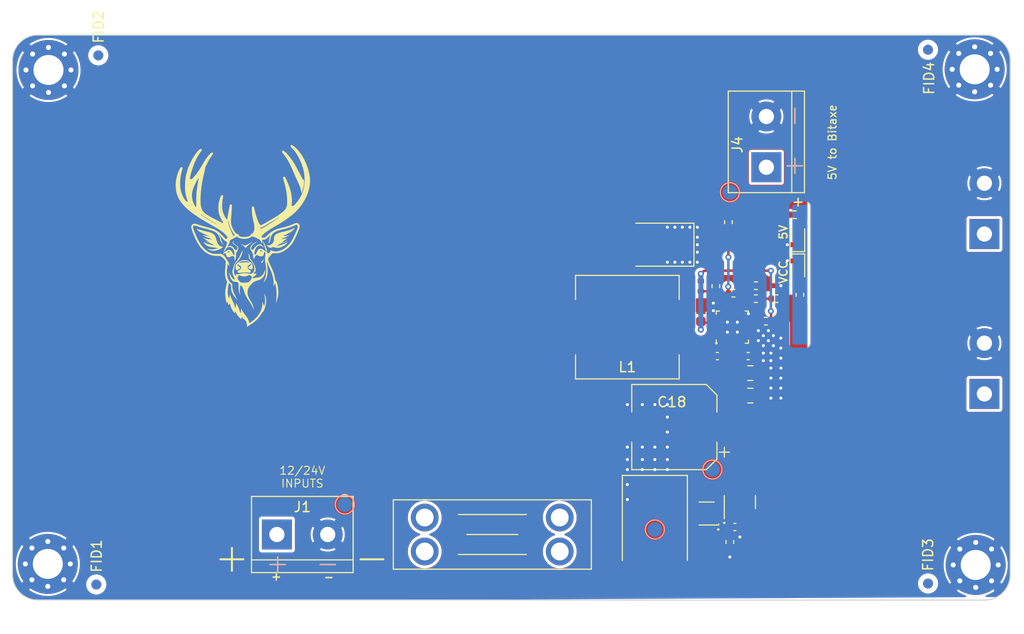
<source format=kicad_pcb>
(kicad_pcb (version 20240108) (generator "pcbnew") (generator_version "8.0")
  (layers (0 "F.Cu" signal) (1 "In1.Cu" signal) (2 "In2.Cu" signal) (31 "B.Cu" signal) (34 "B.Paste" user) (35 "F.Paste" user) (36 "B.SilkS" user "B.Silkscreen") (37 "F.SilkS" user "F.Silkscreen") (38 "B.Mask" user) (39 "F.Mask" user) (44 "Edge.Cuts" user))
  (net 0 "")
  (net 1 "GND")
  (footprint "Capacitor_SMD:C_0805_2012Metric" (layer "F.Cu") (at 169.8 95.6)
    (property "Reference" "C1" (hide yes))
    (property "Value" "22 uF")
    (pad "1" smd roundrect (at -0.95 0) (size 1 1.45) (layers "F.Cu" "F.Paste" "F.Mask"))
    (pad "2" smd roundrect (at 0.95 0) (size 1 1.45) (layers "F.Cu" "F.Paste" "F.Mask") (net 1 "GND"))
  )
  (footprint "TerminalBlock:TerminalBlock_bornier-2_P5.08mm" (layer "F.Cu") (at 171.4 75 90)
    (property "Reference" "J4" (at 2.25 -2.9 90) (layer "F.SilkS"))
    (property "Value" "282837-2")
    (pad "1" thru_hole rect (at 0 0 90) (size 3 3) (drill 1.52) (layers "*.Cu" "*.Mask"))
    (pad "2" thru_hole circle (at 5.08 0 90) (size 3 3) (drill 1.52) (layers "*.Cu" "*.Mask") (net 1 "GND"))
  )
  (footprint "" (layer "F.Cu") (at 193.2 81.68)
    (property "Reference" "" (at 0 0 0) (layer "F.SilkS") (effects (font (size 1.27 1.27))))
    (property "Value" "")
    (pad "1" thru_hole rect (at 0 0 90) (size 3 3) (drill 1.52) (layers "*.Cu" "*.Mask"))
  )
  (footprint "Diode_SMD:D_SMC" (layer "F.Cu") (at 160.25 110.75 -90)
    (property "Reference" "D1" (hide yes))
    (property "Value" "XMC7K24CA")
    (pad "1" smd roundrect (at -3.4 0) (size 3.3 2.5) (layers "F.Cu" "F.Paste" "F.Mask") (roundrect_rratio 0.1) (net 1 "GND"))
    (pad "2" smd roundrect (at 3.4 0) (size 3.3 2.5) (layers "F.Cu" "F.Paste" "F.Mask") (roundrect_rratio 0.1))
  )
  (footprint "Fiducial:Fiducial_1mm_Mask2mm" (layer "F.Cu") (at 187.565 63.2422 90)
    (property "Reference" "FID4" (at -2.8558 0.108 -90) (layer "F.SilkS"))
    (property "Value" "Fiducial")
    (pad "" smd circle (at 0 0 90) (size 1 1) (layers "F.Cu" "F.Mask") (clearance 0.5))
  )
  (footprint "LED_SMD:LED_0603_1608Metric" (layer "F.Cu") (at 174.5 81.96 90)
    (property "Reference" "D3" (hide yes))
    (property "Value" "2V 20mA")
    (pad "1" smd roundrect (at -0.7875 0 90) (size 0.875 0.95) (layers "F.Cu" "F.Paste" "F.Mask") (net 1 "GND"))
    (pad "2" smd roundrect (at 0.7875 0 90) (size 0.875 0.95) (layers "F.Cu" "F.Paste" "F.Mask"))
  )
  (footprint "Fiducial:Fiducial_1mm_Mask2mm" (layer "F.Cu") (at 187.565 116.6584 90)
    (property "Reference" "FID3" (at 2.8844 0.004 -90) (layer "F.SilkS"))
    (property "Value" "Fiducial")
    (pad "" smd circle (at 0 0 90) (size 1 1) (layers "F.Cu" "F.Mask") (clearance 0.5))
  )
  (footprint "" (layer "F.Cu") (at 193.2 97.68)
    (property "Reference" "" (at 0 0 0) (layer "F.SilkS") (effects (font (size 1.27 1.27))))
    (property "Value" "")
    (pad "1" thru_hole rect (at 0 0 90) (size 3 3) (drill 1.52) (layers "*.Cu" "*.Mask"))
  )
  (footprint "Resistor_SMD:R_0402_1005Metric" (layer "F.Cu") (at 170.35 88.15 180)
    (property "Reference" "R7" (hide yes))
    (property "Value" "110K")
    (pad "1" smd roundrect (at -0.51 0 180) (size 0.54 0.64) (layers "F.Cu" "F.Paste" "F.Mask"))
    (pad "2" smd roundrect (at 0.51 0 180) (size 0.54 0.64) (layers "F.Cu" "F.Paste" "F.Mask"))
  )
  (footprint "LED_SMD:LED_0603_1608Metric" (layer "F.Cu") (at 174.5 85.16 -90)
    (property "Reference" "D5" (hide yes))
    (property "Value" "2V 20mA")
    (pad "1" smd roundrect (at -0.7875 0 270) (size 0.875 0.95) (layers "F.Cu" "F.Paste" "F.Mask") (net 1 "GND"))
    (pad "2" smd roundrect (at 0.7875 0 270) (size 0.875 0.95) (layers "F.Cu" "F.Paste" "F.Mask"))
  )
  (footprint "Resistor_SMD:R_0402_1005Metric" (layer "F.Cu") (at 170.35 86.85)
    (property "Reference" "R11" (hide yes))
    (property "Value" "33K")
    (pad "1" smd roundrect (at -0.51 0) (size 0.54 0.64) (layers "F.Cu" "F.Paste" "F.Mask"))
    (pad "2" smd roundrect (at 0.51 0) (size 0.54 0.64) (layers "F.Cu" "F.Paste" "F.Mask") (net 1 "GND"))
  )
  (footprint "" (layer "F.Cu") (at 193.2 92.6)
    (property "Reference" "" (at 0 0 0) (layer "F.SilkS") (effects (font (size 1.27 1.27))))
    (property "Value" "")
    (pad "2" thru_hole circle (at 0 0 90) (size 3 3) (drill 1.52) (layers "*.Cu" "*.Mask") (net 1 "GND"))
  )
  (footprint "Package_TO_SOT_SMD:SOT-23" (layer "F.Cu") (at 168.75 108.5 90)
    (property "Reference" "D4" (hide yes))
    (property "Value" "BZX84-C13")
    (pad "1" smd roundrect (at -0.9375 -0.95 90) (size 1.475 0.6) (layers "F.Cu" "F.Paste" "F.Mask"))
    (pad "2" smd roundrect (at -0.9375 0.95 90) (size 1.475 0.6) (layers "F.Cu" "F.Paste" "F.Mask"))
    (pad "3" smd roundrect (at 0.9375 0 90) (size 1.475 0.6) (layers "F.Cu" "F.Paste" "F.Mask"))
  )
  (footprint "Resistor_SMD:R_0402_1005Metric" (layer "F.Cu") (at 174.75 87.76 -90)
    (property "Reference" "R8" (hide yes))
    (property "Value" "10K")
    (pad "1" smd roundrect (at -0.51 0 270) (size 0.54 0.64) (layers "F.Cu" "F.Paste" "F.Mask"))
    (pad "2" smd roundrect (at 0.51 0 270) (size 0.54 0.64) (layers "F.Cu" "F.Paste" "F.Mask"))
  )
  (footprint "Resistor_SMD:R_0402_1005Metric" (layer "F.Cu") (at 168.1 87.6)
    (property "Reference" "R14" (hide yes))
    (property "Value" "15K")
    (pad "1" smd roundrect (at -0.51 0) (size 0.54 0.64) (layers "F.Cu" "F.Paste" "F.Mask"))
    (pad "2" smd roundrect (at 0.51 0) (size 0.54 0.64) (layers "F.Cu" "F.Paste" "F.Mask") (net 1 "GND"))
  )
  (footprint "MountingHole:MountingHole_3mm_Pad_Via" (layer "F.Cu") (at 99.62099 65.26499 90)
    (property "Reference" "H7")
    (property "Value" "MountingHole_Pad")
    (pad "1" thru_hole circle (at -2.25 0 90) (size 0.8 0.8) (drill 0.5) (layers "*.Cu" "*.Mask") (net 1 "GND"))
    (pad "1" thru_hole circle (at -1.59099 -1.59099 90) (size 0.8 0.8) (drill 0.5) (layers "*.Cu" "*.Mask") (net 1 "GND"))
    (pad "1" thru_hole circle (at -1.59099 1.59099 90) (size 0.8 0.8) (drill 0.5) (layers "*.Cu" "*.Mask") (net 1 "GND"))
    (pad "1" thru_hole circle (at 0 -2.25 90) (size 0.8 0.8) (drill 0.5) (layers "*.Cu" "*.Mask") (net 1 "GND"))
    (pad "1" thru_hole circle (at 0 0 90) (size 6 6) (drill 3) (layers "*.Cu" "*.Mask") (net 1 "GND"))
    (pad "1" thru_hole circle (at 0 2.25 90) (size 0.8 0.8) (drill 0.5) (layers "*.Cu" "*.Mask") (net 1 "GND"))
    (pad "1" thru_hole circle (at 1.59099 -1.59099 90) (size 0.8 0.8) (drill 0.5) (layers "*.Cu" "*.Mask") (net 1 "GND"))
    (pad "1" thru_hole circle (at 1.59099 1.59099 90) (size 0.8 0.8) (drill 0.5) (layers "*.Cu" "*.Mask") (net 1 "GND"))
    (pad "1" thru_hole circle (at 2.25 0 90) (size 0.8 0.8) (drill 0.5) (layers "*.Cu" "*.Mask") (net 1 "GND"))
  )
  (footprint "Resistor_SMD:R_0402_1005Metric" (layer "F.Cu") (at 164.85 86.9 -90)
    (property "Reference" "R4" (hide yes))
    (property "Value" "180K")
    (pad "1" smd roundrect (at -0.51 0 270) (size 0.54 0.64) (layers "F.Cu" "F.Paste" "F.Mask"))
    (pad "2" smd roundrect (at 0.51 0 270) (size 0.54 0.64) (layers "F.Cu" "F.Paste" "F.Mask"))
  )
  (footprint "Capacitor_SMD:C_0402_1005Metric" (layer "F.Cu") (at 169.58 93.9)
    (property "Reference" "C6" (hide yes))
    (property "Value" "0.1uF")
    (pad "1" smd roundrect (at -0.48 0) (size 0.56 0.62) (layers "F.Cu" "F.Paste" "F.Mask"))
    (pad "2" smd roundrect (at 0.48 0) (size 0.56 0.62) (layers "F.Cu" "F.Paste" "F.Mask") (net 1 "GND"))
  )
  (footprint "Fiducial:Fiducial_1mm_Mask2mm" (layer "F.Cu") (at 104.4054 116.76 90)
    (property "Reference" "FID1" (at 2.856 0.0266 -90) (layer "F.SilkS"))
    (property "Value" "Fiducial")
    (pad "" smd circle (at 0 0 90) (size 1 1) (layers "F.Cu" "F.Mask") (clearance 0.5))
  )
  (footprint "Resistor_SMD:R_0402_1005Metric" (layer "F.Cu") (at 166.35 86.9 90)
    (property "Reference" "R5" (hide yes))
    (property "Value" "33K")
    (pad "1" smd roundrect (at -0.51 0 90) (size 0.54 0.64) (layers "F.Cu" "F.Paste" "F.Mask"))
    (pad "2" smd roundrect (at 0.51 0 90) (size 0.54 0.64) (layers "F.Cu" "F.Paste" "F.Mask") (net 1 "GND"))
  )
  (footprint "Capacitor_SMD:C_0603_1608Metric" (layer "F.Cu") (at 164.85 89.65 90)
    (property "Reference" "C3")
    (property "Value" "1 uF")
    (pad "1" smd roundrect (at -0.775 0 90) (size 0.9 0.95) (layers "F.Cu" "F.Paste" "F.Mask"))
    (pad "2" smd roundrect (at 0.775 0 90) (size 0.9 0.95) (layers "F.Cu" "F.Paste" "F.Mask") (net 1 "GND"))
  )
  (footprint "Fuse:Fuseholder_Blade_Mini_Keystone_3557" (layer "F.Cu") (at 137.24 110.05)
    (property "Reference" "F1" (hide yes))
    (property "Value" "5A")
    (pad "1" thru_hole circle (at 0 0) (size 2.78 2.78) (drill 1.78) (layers "*.Cu" "*.Mask"))
    (pad "1" thru_hole circle (at 0 3.4) (size 2.78 2.78) (drill 1.78) (layers "*.Cu" "*.Mask"))
    (pad "2" thru_hole circle (at 13.5 0) (size 2.78 2.78) (drill 1.78) (layers "*.Cu" "*.Mask"))
    (pad "2" thru_hole circle (at 13.5 3.4) (size 2.78 2.78) (drill 1.78) (layers "*.Cu" "*.Mask"))
  )
  (footprint "Capacitor_SMD:C_0402_1005Metric" (layer "F.Cu") (at 168.25 111)
    (property "Reference" "C17" (hide yes))
    (property "Value" "0.1uF")
    (pad "1" smd roundrect (at -0.48 0) (size 0.56 0.62) (layers "F.Cu" "F.Paste" "F.Mask"))
    (pad "2" smd roundrect (at 0.48 0) (size 0.56 0.62) (layers "F.Cu" "F.Paste" "F.Mask") (net 1 "GND"))
  )
  (footprint "MountingHole:MountingHole_3mm_Pad_Via" (layer "F.Cu") (at 192.228 65.198 90)
    (property "Reference" "H9")
    (property "Value" "MountingHole_Pad")
    (pad "1" thru_hole circle (at -2.25 0 90) (size 0.8 0.8) (drill 0.5) (layers "*.Cu" "*.Mask") (net 1 "GND"))
    (pad "1" thru_hole circle (at -1.59099 -1.59099 90) (size 0.8 0.8) (drill 0.5) (layers "*.Cu" "*.Mask") (net 1 "GND"))
    (pad "1" thru_hole circle (at -1.59099 1.59099 90) (size 0.8 0.8) (drill 0.5) (layers "*.Cu" "*.Mask") (net 1 "GND"))
    (pad "1" thru_hole circle (at 0 -2.25 90) (size 0.8 0.8) (drill 0.5) (layers "*.Cu" "*.Mask") (net 1 "GND"))
    (pad "1" thru_hole circle (at 0 0 90) (size 6 6) (drill 3) (layers "*.Cu" "*.Mask") (net 1 "GND"))
    (pad "1" thru_hole circle (at 0 2.25 90) (size 0.8 0.8) (drill 0.5) (layers "*.Cu" "*.Mask") (net 1 "GND"))
    (pad "1" thru_hole circle (at 1.59099 -1.59099 90) (size 0.8 0.8) (drill 0.5) (layers "*.Cu" "*.Mask") (net 1 "GND"))
    (pad "1" thru_hole circle (at 1.59099 1.59099 90) (size 0.8 0.8) (drill 0.5) (layers "*.Cu" "*.Mask") (net 1 "GND"))
    (pad "1" thru_hole circle (at 2.25 0 90) (size 0.8 0.8) (drill 0.5) (layers "*.Cu" "*.Mask") (net 1 "GND"))
  )
  (footprint "Resistor_SMD:R_0402_1005Metric" (layer "F.Cu") (at 174.25 79.75 180)
    (property "Reference" "R6" (hide yes))
    (property "Value" "1K")
    (pad "1" smd roundrect (at -0.51 0 180) (size 0.54 0.64) (layers "F.Cu" "F.Paste" "F.Mask"))
    (pad "2" smd roundrect (at 0.51 0 180) (size 0.54 0.64) (layers "F.Cu" "F.Paste" "F.Mask"))
  )
  (footprint "bitaxe:Buckaxe logo" (layer "F.Cu") (at 119.5 81.5)
    (property "Reference" "G***" (hide yes))
    (property "Value" "LOGO" (hide yes))
  )
  (footprint "TerminalBlock:TerminalBlock_bornier-2_P5.08mm" (layer "F.Cu") (at 122.46 111.75)
    (property "Reference" "J1" (at 2.54 -2.75 0) (layer "F.SilkS"))
    (property "Value" "282837-2")
    (pad "1" thru_hole rect (at 0 0) (size 3 3) (drill 1.52) (layers "*.Cu" "*.Mask"))
    (pad "2" thru_hole circle (at 5.08 0) (size 3 3) (drill 1.52) (layers "*.Cu" "*.Mask") (net 1 "GND"))
  )
  (footprint "Capacitor_SMD:C_0402_1005Metric" (layer "F.Cu") (at 166.5 93.9 180)
    (property "Reference" "C8" (hide yes))
    (property "Value" "0.1uF")
    (pad "1" smd roundrect (at -0.48 0 180) (size 0.56 0.62) (layers "F.Cu" "F.Paste" "F.Mask"))
    (pad "2" smd roundrect (at 0.48 0 180) (size 0.56 0.62) (layers "F.Cu" "F.Paste" "F.Mask"))
  )
  (footprint "MountingHole:MountingHole_3mm_Pad_Via" (layer "F.Cu") (at 192.33099 114.79499 90)
    (property "Reference" "H10")
    (property "Value" "MountingHole_Pad")
    (pad "1" thru_hole circle (at -2.25 0 90) (size 0.8 0.8) (drill 0.5) (layers "*.Cu" "*.Mask") (net 1 "GND"))
    (pad "1" thru_hole circle (at -1.59099 -1.59099 90) (size 0.8 0.8) (drill 0.5) (layers "*.Cu" "*.Mask") (net 1 "GND"))
    (pad "1" thru_hole circle (at -1.59099 1.59099 90) (size 0.8 0.8) (drill 0.5) (layers "*.Cu" "*.Mask") (net 1 "GND"))
    (pad "1" thru_hole circle (at 0 -2.25 90) (size 0.8 0.8) (drill 0.5) (layers "*.Cu" "*.Mask") (net 1 "GND"))
    (pad "1" thru_hole circle (at 0 0 90) (size 6 6) (drill 3) (layers "*.Cu" "*.Mask") (net 1 "GND"))
    (pad "1" thru_hole circle (at 0 2.25 90) (size 0.8 0.8) (drill 0.5) (layers "*.Cu" "*.Mask") (net 1 "GND"))
    (pad "1" thru_hole circle (at 1.59099 -1.59099 90) (size 0.8 0.8) (drill 0.5) (layers "*.Cu" "*.Mask") (net 1 "GND"))
    (pad "1" thru_hole circle (at 1.59099 1.59099 90) (size 0.8 0.8) (drill 0.5) (layers "*.Cu" "*.Mask") (net 1 "GND"))
    (pad "1" thru_hole circle (at 2.25 0 90) (size 0.8 0.8) (drill 0.5) (layers "*.Cu" "*.Mask") (net 1 "GND"))
  )
  (footprint "Package_TO_SOT_SMD:Vishay_PowerPAK_SC70-6L_Single" (layer "F.Cu") (at 165.425 109.65 180)
    (property "Reference" "Q1" (hide yes))
    (property "Value" "SiA471DJ")
    (pad "1" smd custom (at 0 -0.325 180) (size 1.5 0.95) (layers "F.Cu" "F.Mask") (options (clearance outline) (anchor rect)) (primitives (gr_poly (pts (xy 1.1 -0.175) (xy -1.1 -0.175) (xy -1.1 -0.475) (xy 1.1 -0.475)) (width 0) (fill yes)) (gr_poly (pts (xy 1.1 0.475) (xy -1.1 0.475) (xy -1.1 0.175) (xy 1.1 0.175)) (width 0) (fill yes))))
    (pad "3" smd rect (at -0.925 0.65 180) (size 0.35 0.3) (layers "F.Cu" "F.Paste" "F.Mask"))
    (pad "4" smd rect (at 0.04 0.65 180) (size 0.87 0.235) (layers "F.Cu" "F.Paste" "F.Mask"))
    (pad "4" smd rect (at 0.925 0.65 180) (size 0.35 0.3) (layers "F.Cu" "F.Paste" "F.Mask"))
  )
  (footprint "Inductor_SMD:L_Vishay_IHLP-4040" (layer "F.Cu") (at 157.5 91 180)
    (property "Reference" "L1" (at 0 -4 0) (layer "F.SilkS"))
    (property "Value" "1.8 uH")
    (pad "1" smd rect (at -4.5075 0 180) (size 3.175 4.95) (layers "F.Cu" "F.Paste" "F.Mask"))
    (pad "2" smd rect (at 4.5075 0 180) (size 3.175 4.95) (layers "F.Cu" "F.Paste" "F.Mask"))
  )
  (footprint "MountingHole:MountingHole_3mm_Pad_Via" (layer "F.Cu") (at 99.554 114.692 90)
    (property "Reference" "H8" (hide yes))
    (property "Value" "MountingHole_Pad")
    (pad "1" thru_hole circle (at -2.25 0 90) (size 0.8 0.8) (drill 0.5) (layers "*.Cu" "*.Mask") (net 1 "GND"))
    (pad "1" thru_hole circle (at -1.59099 -1.59099 90) (size 0.8 0.8) (drill 0.5) (layers "*.Cu" "*.Mask") (net 1 "GND"))
    (pad "1" thru_hole circle (at -1.59099 1.59099 90) (size 0.8 0.8) (drill 0.5) (layers "*.Cu" "*.Mask") (net 1 "GND"))
    (pad "1" thru_hole circle (at 0 -2.25 90) (size 0.8 0.8) (drill 0.5) (layers "*.Cu" "*.Mask") (net 1 "GND"))
    (pad "1" thru_hole circle (at 0 0 90) (size 6 6) (drill 3) (layers "*.Cu" "*.Mask") (net 1 "GND"))
    (pad "1" thru_hole circle (at 0 2.25 90) (size 0.8 0.8) (drill 0.5) (layers "*.Cu" "*.Mask") (net 1 "GND"))
    (pad "1" thru_hole circle (at 1.59099 -1.59099 90) (size 0.8 0.8) (drill 0.5) (layers "*.Cu" "*.Mask") (net 1 "GND"))
    (pad "1" thru_hole circle (at 1.59099 1.59099 90) (size 0.8 0.8) (drill 0.5) (layers "*.Cu" "*.Mask") (net 1 "GND"))
    (pad "1" thru_hole circle (at 2.25 0 90) (size 0.8 0.8) (drill 0.5) (layers "*.Cu" "*.Mask") (net 1 "GND"))
  )
  (footprint "Resistor_SMD:R_0402_1005Metric" (layer "F.Cu") (at 171.35 90.4 180)
    (property "Reference" "R12" (hide yes))
    (property "Value" "110K")
    (pad "1" smd roundrect (at -0.51 0 180) (size 0.54 0.64) (layers "F.Cu" "F.Paste" "F.Mask"))
    (pad "2" smd roundrect (at 0.51 0 180) (size 0.54 0.64) (layers "F.Cu" "F.Paste" "F.Mask"))
  )
  (footprint "Diode_SMD:D_SMB" (layer "F.Cu") (at 160.5 82.75 180)
    (property "Reference" "D2" (hide yes))
    (property "Value" "SMBJ5.0A")
    (pad "1" smd roundrect (at -2.15 0 180) (size 2.5 2.3) (layers "F.Cu" "F.Paste" "F.Mask") (roundrect_rratio 0.1086956522) (net 1 "GND"))
    (pad "2" smd roundrect (at 2.15 0 180) (size 2.5 2.3) (layers "F.Cu" "F.Paste" "F.Mask") (roundrect_rratio 0.1086956522))
  )
  (footprint "Resistor_SMD:R_0402_1005Metric" (layer "F.Cu") (at 167.6 80.5 -90)
    (property "Reference" "R13" (hide yes))
    (property "Value" "110K")
    (pad "1" smd roundrect (at -0.51 0 270) (size 0.54 0.64) (layers "F.Cu" "F.Paste" "F.Mask"))
    (pad "2" smd roundrect (at 0.51 0 270) (size 0.54 0.64) (layers "F.Cu" "F.Paste" "F.Mask"))
  )
  (footprint "Capacitor_SMD:CP_Elec_8x10" (layer "F.Cu") (at 162.2 101 180)
    (property "Reference" "C18" (at 0.25 2.5 180) (layer "F.SilkS"))
    (property "Value" "100uF")
    (pad "1" smd roundrect (at -3.25 0 180) (size 3.5 2.5) (layers "F.Cu" "F.Paste" "F.Mask") (roundrect_rratio 0.1))
    (pad "2" smd roundrect (at 3.25 0 180) (size 3.5 2.5) (layers "F.Cu" "F.Paste" "F.Mask") (roundrect_rratio 0.1) (net 1 "GND"))
  )
  (footprint "Fiducial:Fiducial_1mm_Mask2mm" (layer "F.Cu") (at 104.6054 63.81 90)
    (property "Reference" "FID2" (at 2.856 0.0266 -90) (layer "F.SilkS"))
    (property "Value" "Fiducial")
    (pad "" smd circle (at 0 0 90) (size 1 1) (layers "F.Cu" "F.Mask") (clearance 0.5))
  )
  (footprint "" (layer "F.Cu") (at 193.2 76.6)
    (property "Reference" "" (at 0 0 0) (layer "F.SilkS") (effects (font (size 1.27 1.27))))
    (property "Value" "")
    (pad "2" thru_hole circle (at 0 0 90) (size 3 3) (drill 1.52) (layers "*.Cu" "*.Mask") (net 1 "GND"))
  )
  (footprint "Resistor_SMD:R_0402_1005Metric" (layer "F.Cu") (at 167.75 112.5 90)
    (property "Reference" "R3" (hide yes))
    (property "Value" "110K")
    (pad "1" smd roundrect (at -0.51 0 90) (size 0.54 0.64) (layers "F.Cu" "F.Paste" "F.Mask") (net 1 "GND"))
    (pad "2" smd roundrect (at 0.51 0 90) (size 0.54 0.64) (layers "F.Cu" "F.Paste" "F.Mask"))
  )
  (footprint "Capacitor_SMD:C_0805_2012Metric" (layer "F.Cu") (at 169.8 97.85)
    (property "Reference" "C2" (hide yes))
    (property "Value" "22 uF")
    (pad "1" smd roundrect (at -0.95 0) (size 1 1.45) (layers "F.Cu" "F.Paste" "F.Mask"))
    (pad "2" smd roundrect (at 0.95 0) (size 1 1.45) (layers "F.Cu" "F.Paste" "F.Mask") (net 1 "GND"))
  )
  (footprint "Package_DFN_QFN:QFN-20-1EP_3x3mm_P0.45mm_EP1.6x1.6mm_ThermalVias" (layer "F.Cu") (at 168 91 90)
    (property "Reference" "IC2" (hide yes))
    (property "Value" "TPS51397ARJER")
    (pad "1" smd custom (at -1.45 -0.9 90) (size 0.143934 0.143934) (layers "F.Cu" "F.Paste" "F.Mask") (options (clearance outline) (anchor circle)) (primitives (gr_poly (pts (xy 0.375 0.045711) (xy 0.375 0.075) (xy -0.375 0.075) (xy -0.375 -0.075) (xy 0.254289 -0.075)) (width 0.1) (fill yes))))
    (pad "2" smd roundrect (at -1.45 -0.45 90) (size 0.85 0.25) (layers "F.Cu" "F.Paste" "F.Mask"))
    (pad "3" smd roundrect (at -1.45 0 90) (size 0.85 0.25) (layers "F.Cu" "F.Paste" "F.Mask"))
    (pad "4" smd roundrect (at -1.45 0.45 90) (size 0.85 0.25) (layers "F.Cu" "F.Paste" "F.Mask"))
    (pad "5" smd custom (at -1.45 0.9 90) (size 0.143934 0.143934) (layers "F.Cu" "F.Paste" "F.Mask") (options (clearance outline) (anchor circle)) (primitives (gr_poly (pts (xy 0.375 -0.045711) (xy 0.254289 0.075) (xy -0.375 0.075) (xy -0.375 -0.075) (xy 0.375 -0.075)) (width 0.1) (fill yes))))
    (pad "6" smd custom (at -0.9 1.45 90) (size 0.143934 0.143934) (layers "F.Cu" "F.Paste" "F.Mask") (options (clearance outline) (anchor circle)) (primitives (gr_poly (pts (xy 0.075 0.375) (xy -0.075 0.375) (xy -0.075 -0.254289) (xy 0.045711 -0.375) (xy 0.075 -0.375)) (width 0.1) (fill yes))))
    (pad "7" smd roundrect (at -0.45 1.45 90) (size 0.25 0.85) (layers "F.Cu" "F.Paste" "F.Mask") (net 1 "GND"))
    (pad "8" smd roundrect (at 0 1.45 90) (size 0.25 0.85) (layers "F.Cu" "F.Paste" "F.Mask") (net 1 "GND"))
    (pad "9" smd roundrect (at 0.45 1.45 90) (size 0.25 0.85) (layers "F.Cu" "F.Paste" "F.Mask"))
    (pad "10" smd custom (at 0.9 1.45 90) (size 0.143934 0.143934) (layers "F.Cu" "F.Paste" "F.Mask") (net 1 "GND") (options (clearance outline) (anchor circle)) (primitives (gr_poly (pts (xy 0.075 -0.254289) (xy 0.075 0.375) (xy -0.075 0.375) (xy -0.075 -0.375) (xy -0.045711 -0.375)) (width 0.1) (fill yes))))
    (pad "11" smd custom (at 1.45 0.9 90) (size 0.143934 0.143934) (layers "F.Cu" "F.Paste" "F.Mask") (options (clearance outline) (anchor circle)) (primitives (gr_poly (pts (xy 0.375 0.075) (xy -0.254289 0.075) (xy -0.375 -0.045711) (xy -0.375 -0.075) (xy 0.375 -0.075)) (width 0.1) (fill yes))))
    (pad "12" smd roundrect (at 1.45 0.45 90) (size 0.85 0.25) (layers "F.Cu" "F.Paste" "F.Mask"))
    (pad "13" smd roundrect (at 1.45 0 90) (size 0.85 0.25) (layers "F.Cu" "F.Paste" "F.Mask") (net 1 "GND"))
    (pad "14" smd roundrect (at 1.45 -0.45 90) (size 0.85 0.25) (layers "F.Cu" "F.Paste" "F.Mask"))
    (pad "15" smd custom (at 1.45 -0.9 90) (size 0.143934 0.143934) (layers "F.Cu" "F.Paste" "F.Mask") (options (clearance outline) (anchor circle)) (primitives (gr_poly (pts (xy 0.375 0.075) (xy -0.375 0.075) (xy -0.375 0.045711) (xy -0.254289 -0.075) (xy 0.375 -0.075)) (width 0.1) (fill yes))))
    (pad "16" smd custom (at 0.9 -1.45 90) (size 0.143934 0.143934) (layers "F.Cu" "F.Paste" "F.Mask") (net 1 "GND") (options (clearance outline) (anchor circle)) (primitives (gr_poly (pts (xy 0.075 0.254289) (xy -0.045711 0.375) (xy -0.075 0.375) (xy -0.075 -0.375) (xy 0.075 -0.375)) (width 0.1) (fill yes))))
    (pad "17" smd roundrect (at 0.45 -1.45 90) (size 0.25 0.85) (layers "F.Cu" "F.Paste" "F.Mask"))
    (pad "18" smd roundrect (at 0 -1.45 90) (size 0.25 0.85) (layers "F.Cu" "F.Paste" "F.Mask") (net 1 "GND"))
    (pad "19" smd roundrect (at -0.45 -1.45 90) (size 0.25 0.85) (layers "F.Cu" "F.Paste" "F.Mask"))
    (pad "20" smd custom (at -0.9 -1.45 90) (size 0.143934 0.143934) (layers "F.Cu" "F.Paste" "F.Mask") (options (clearance outline) (anchor circle)) (primitives (gr_poly (pts (xy 0.075 0.375) (xy 0.045711 0.375) (xy -0.075 0.254289) (xy -0.075 -0.375) (xy 0.075 -0.375)) (width 0.1) (fill yes))))
    (pad "21" thru_hole circle (at -0.5 -0.5 90) (size 0.6 0.6) (drill 0.3) (layers "*.Cu") (net 1 "GND"))
    (pad "21" thru_hole circle (at -0.5 0.5 90) (size 0.6 0.6) (drill 0.3) (layers "*.Cu") (net 1 "GND"))
    (pad "21" smd rect (at 0 0 90) (size 1.6 1.6) (layers "F.Cu" "F.Mask") (net 1 "GND"))
    (pad "21" smd rect (at 0 0 90) (size 1.6 1.6) (layers "B.Cu") (net 1 "GND"))
    (pad "21" thru_hole circle (at 0.5 -0.5 90) (size 0.6 0.6) (drill 0.3) (layers "*.Cu") (net 1 "GND"))
    (pad "21" thru_hole circle (at 0.5 0.5 90) (size 0.6 0.6) (drill 0.3) (layers "*.Cu") (net 1 "GND"))
  )
  (footprint "Resistor_SMD:R_0402_1005Metric" (layer "F.Cu") (at 172.4 88.15)
    (property "Reference" "R1")
    (property "Value" "33K")
    (pad "1" smd roundrect (at -0.51 0) (size 0.54 0.64) (layers "F.Cu" "F.Paste" "F.Mask"))
    (pad "2" smd roundrect (at 0.51 0) (size 0.54 0.64) (layers "F.Cu" "F.Paste" "F.Mask"))
  )
  (footprint "Fiducial:Fiducial_1mm_Mask2mm" (layer "B.Cu") (at 187.56 63.24 -90)
    (property "Reference" "FID7" (hide yes))
    (property "Value" "Fiducial")
    (pad "" smd circle (at 0 0 270) (size 1 1) (layers "B.Cu" "B.Mask") (clearance 0.5))
  )
  (footprint "TestPoint:TestPoint_Pad_D1.5mm" (layer "B.Cu") (at 166 105.25 180)
    (property "Reference" "TP4")
    (property "Value" "TestPoint")
    (pad "1" smd circle (at 0 0 180) (size 1.5 1.5) (layers "B.Cu" "B.Mask"))
  )
  (footprint "Fiducial:Fiducial_1mm_Mask2mm" (layer "B.Cu") (at 104.6 63.8 -90)
    (property "Reference" "FID6" (hide yes))
    (property "Value" "Fiducial")
    (pad "" smd circle (at 0 0 270) (size 1 1) (layers "B.Cu" "B.Mask") (clearance 0.5))
  )
  (footprint "TestPoint:TestPoint_Pad_D1.5mm" (layer "B.Cu") (at 167.75 77.5)
    (property "Reference" "TP1")
    (property "Value" "TestPoint")
    (pad "1" smd circle (at 0 0) (size 1.5 1.5) (layers "B.Cu" "B.Mask"))
  )
  (footprint "Fiducial:Fiducial_1mm_Mask2mm" (layer "B.Cu") (at 187.57 116.65 -90)
    (property "Reference" "FID8" (hide yes))
    (property "Value" "Fiducial")
    (pad "" smd circle (at 0 0 270) (size 1 1) (layers "B.Cu" "B.Mask") (clearance 0.5))
  )
  (footprint "TestPoint:TestPoint_Pad_D1.5mm" (layer "B.Cu") (at 160.25 111.25)
    (property "Reference" "TP3")
    (property "Value" "TestPoint")
    (pad "1" smd circle (at 0 0) (size 1.5 1.5) (layers "B.Cu" "B.Mask"))
  )
  (footprint "TestPoint:TestPoint_Pad_D1.5mm" (layer "B.Cu") (at 129.25 108.75 180)
    (property "Reference" "TP2")
    (property "Value" "TestPoint")
    (pad "1" smd circle (at 0 0 180) (size 1.5 1.5) (layers "B.Cu" "B.Mask"))
  )
  (footprint "Fiducial:Fiducial_1mm_Mask2mm" (layer "B.Cu") (at 104.4 116.75 -90)
    (property "Reference" "FID6" (hide yes))
    (property "Value" "Fiducial")
    (pad "" smd circle (at 0 0 270) (size 1 1) (layers "B.Cu" "B.Mask") (clearance 0.5))
  )
  (gr_line (start 96.022 115.771) (end 96.022 64.308) (stroke (width 0.1)) (layer "Edge.Cuts"))
  (gr_arc (start 193.244 61.768) (mid 195.040051 62.511949) (end 195.784 64.308) (stroke (width 0.1)) (layer "Edge.Cuts"))
  (gr_arc (start 96.022 64.308) (mid 96.765949 62.511949) (end 98.562 61.768) (stroke (width 0.1)) (layer "Edge.Cuts"))
  (gr_arc (start 98.562 118.311) (mid 96.765949 117.567051) (end 96.022 115.771) (stroke (width 0.1)) (layer "Edge.Cuts"))
  (gr_line (start 195.784 64.308) (end 195.784 115.771) (stroke (width 0.1)) (layer "Edge.Cuts"))
  (gr_line (start 98.562 61.768) (end 193.244 61.768) (stroke (width 0.1)) (layer "Edge.Cuts"))
  (gr_arc (start 195.784 115.771) (mid 195.040051 117.567051) (end 193.244 118.311) (stroke (width 0.1)) (layer "Edge.Cuts"))
  (gr_line (start 193.244 118.311) (end 98.562 118.311) (stroke (width 0.1)) (layer "Edge.Cuts"))
  (gr_text "Buck Converter for Bitaxe" (at 128.5 79.5 0) (layer "F.Cu") (effects (font (size 1 1) (thickness 0.25)) (justify left bottom)))
  (gr_text "V1" (at 128.5 77 0) (layer "F.Cu") (effects (font (size 5 5) (thickness 0.3)) (justify left bottom)))
  (gr_text "Buckaxe" (at 110 70.5 0) (layer "F.Cu") (effects (font (size 5 5) (thickness 0.3)) (justify left bottom)))
  (gr_text "-" (at 127.54 114.6 0) (layer "B.SilkS") (effects (font (size 2 2)) (justify mirror)))
  (gr_text "-" (at 174.1 69.86 90) (layer "B.SilkS") (effects (font (size 2 2)) (justify mirror)))
  (gr_text "+" (at 174.1 74.86 90) (layer "B.SilkS") (effects (font (size 2 2)) (justify mirror)))
  (gr_text "+" (at 122.54 114.6 0) (layer "B.SilkS") (effects (font (size 2 2)) (justify mirror)))
  (gr_text "." (at 166.4 92.2 0) (layer "F.SilkS") (effects (font (size 1 1))))
  (gr_text "-" (at 131.96 114 0) (layer "F.SilkS") (effects (font (size 3 3) (thickness 0.2)) (justify mirror)))
  (gr_text "+" (at 174.5 78.5 90) (layer "F.SilkS") (effects (font (size 1 1))))
  (gr_text "5V to Bitaxe" (at 178 72.5 90) (layer "F.SilkS") (effects (font (size 0.8 0.8) (thickness 0.125))))
  (gr_text "12/24V\nINPUTS" (at 125 106 0) (layer "F.SilkS") (effects (font (size 0.8 0.8) (thickness 0.1))))
  (gr_text "." (at 167 111.25 -90) (layer "F.SilkS") (effects (font (size 1 1))))
  (gr_text "+" (at 117.96 114 0) (layer "F.SilkS") (effects (font (size 3 3) (thickness 0.2)) (justify mirror)))
  (gr_text "-" (at 127.65 116 0) (layer "F.SilkS") (effects (font (size 0.8 0.8))))
  (gr_text "5V" (at 173.1 81.5 90) (layer "F.SilkS") (effects (font (size 0.8 0.8))))
  (gr_text "VCC" (at 173.1 85.5 90) (layer "F.SilkS") (effects (font (size 0.8 0.8))))
  (gr_text "+" (at 122.4 115.95 0) (layer "F.SilkS") (effects (font (size 0.8 0.8))))
  (gr_text "." (at 167.19 110.175 0) (layer "F.SilkS") (effects (font (size 1 1))))
  (segment (start 165 85.5) (end 164.85 85.65) (width 0.25) (layer "F.Cu") (net 0))
  (segment (start 164.85 85.65) (end 164.85 86.39) (width 0.25) (layer "F.Cu") (net 0))
  (segment (start 170.583933 90.55) (end 169.45 90.55) (width 0.25) (layer "F.Cu") (net 0))
  (segment (start 174.75 86.374276) (end 174.75 87.25) (width 0.5) (layer "F.Cu") (net 0))
  (segment (start 167.59 86.95) (end 167.59 87.6) (width 0.25) (layer "F.Cu") (net 0))
  (segment (start 167.75 111.99) (end 167.75 111.02) (width 0.5) (layer "F.Cu") (net 0))
  (segment (start 165.362132 85.35) (end 171.85 85.35) (width 0.25) (layer "F.Cu") (net 0))
  (segment (start 171.86 89.417071) (end 171.86 90.4) (width 0.25) (layer "F.Cu") (net 0))
  (segment (start 174.63 81.0425) (end 174.5 81.1725) (width 0.5) (layer "F.Cu") (net 0))
  (segment (start 171.855 89.405) (end 171.85 89.4) (width 0.25) (layer "F.Cu") (net 0))
  (segment (start 167.55 89.55) (end 167.55 87.44) (width 0.25) (layer "F.Cu") (net 0))
  (segment (start 174.625 86.0725) (end 174.5 85.9475) (width 0.5) (layer "F.Cu") (net 0))
  (segment (start 170.765 90.475) (end 170.84 90.4) (width 0.25) (layer "F.Cu") (net 0))
  (segment (start 167.6 84) (end 167.6 81.01) (width 0.25) (layer "F.Cu") (net 0))
  (segment (start 167.77 111) (end 167.77 109.4675) (width 0.5) (layer "F.Cu") (net 0))
  (segment (start 168.558756 88.910913) (end 169.135705 88.333964) (width 0.25) (layer "F.Cu") (net 0))
  (segment (start 174.76 80.728652) (end 174.76 79.75) (width 0.5) (layer "F.Cu") (net 0))
  (segment (start 168.45 89.173473) (end 168.45 89.55) (width 0.25) (layer "F.Cu") (net 0))
  (segment (start 166.35 87.41) (end 166.725 87.785) (width 0.25) (layer "F.Cu") (net 0))
  (segment (start 169.85 86.86) (end 169.85 88.14) (width 0.25) (layer "F.Cu") (net 0))
  (segment (start 166.35 87.41) (end 164.85 87.41) (width 0.25) (layer "F.Cu") (net 0))
  (segment (start 166.55 90.55) (end 164.975 90.55) (width 0.25) (layer "F.Cu") (net 0))
  (segment (start 167.1 92.45) (end 167.1 93.88) (width 0.25) (layer "F.Cu") (net 0))
  (segment (start 169.579835 88.15) (end 169.84 88.15) (width 0.25) (layer "F.Cu") (net 0))
  (segment (start 171.89 88.15) (end 170.86 88.15) (width 0.25) (layer "F.Cu") (net 0))
  (segment (start 164.85 91.25) (end 164.85 90.425) (width 0.5) (layer "F.Cu") (net 0))
  (segment (start 166.35 109) (end 167.8 109) (width 0.25) (layer "F.Cu") (net 0))
  (segment (start 167.1 88.69033) (end 167.1 89.55) (width 0.25) (layer "F.Cu") (net 0))
  (via (at 164.85 91.25) (size 0.6) (drill 0.3) (layers "F.Cu" "B.Cu") (net 0))
  (via (at 167.59 86.95) (size 0.6) (drill 0.3) (layers "F.Cu" "B.Cu") (net 0))
  (via (at 171.85 89.4) (size 0.6) (drill 0.3) (layers "F.Cu" "B.Cu") (net 0))
  (via (at 164.85 85.65) (size 0.6) (drill 0.3) (layers "F.Cu" "B.Cu") (net 0))
  (via (at 167.6 84) (size 0.6) (drill 0.3) (layers "F.Cu" "B.Cu") (net 0))
  (via (at 171.85 85.35) (size 0.6) (drill 0.3) (layers "F.Cu" "B.Cu") (net 0))
  (arc (start 170.765 90.475) (mid 170.681925 90.530508) (end 170.583933 90.55) (width 0.25) (layer "F.Cu") (net 0))
  (arc (start 165 85.5) (mid 165.166147 85.388983) (end 165.362132 85.35) (width 0.25) (layer "F.Cu") (net 0))
  (arc (start 167.1 88.69033) (mid 167.00254 88.200368) (end 166.725 87.785) (width 0.25) (layer "F.Cu") (net 0))
  (arc (start 171.855 89.405) (mid 171.8587 89.410538) (end 171.86 89.417071) (width 0.25) (layer "F.Cu") (net 0))
  (arc (start 168.558756 88.910913) (mid 168.478265 89.031377) (end 168.45 89.173473) (width 0.25) (layer "F.Cu") (net 0))
  (arc (start 174.76 80.728652) (mid 174.726214 80.898505) (end 174.63 81.0425) (width 0.5) (layer "F.Cu") (net 0))
  (arc (start 169.135705 88.333964) (mid 169.339473 88.19781) (end 169.579835 88.15) (width 0.25) (layer "F.Cu") (net 0))
  (arc (start 174.75 86.374276) (mid 174.717513 86.210956) (end 174.625 86.0725) (width 0.5) (layer "F.Cu") (net 0))
  (segment (start 171.85 89.4) (end 171.85 85.35) (width 0.25) (layer "B.Cu") (net 0))
  (segment (start 164.85 85.65) (end 164.85 91.25) (width 0.5) (layer "B.Cu") (net 0))
  (segment (start 167.6 84) (end 167.6 86.94) (width 0.25) (layer "B.Cu") (net 0))
  (segment (start 173.5 82.75) (end 173.50125 82.74875) (width 0.5) (layer "F.Cu") (net 1))
  (segment (start 169.45 91) (end 168 91) (width 0.25) (layer "F.Cu") (net 1))
  (segment (start 168.74 111.99) (end 168.75 112) (width 0.5) (layer "F.Cu") (net 1))
  (segment (start 169.45 89.906066) (end 169.45 90.1) (width 0.25) (layer "F.Cu") (net 1))
  (segment (start 167.75 114) (end 167.75 113.01) (width 0.5) (layer "F.Cu") (net 1))
  (segment (start 173.538409 84.3725) (end 174.5 84.3725) (width 0.5) (layer "F.Cu") (net 1))
  (segment (start 169.625 91.45) (end 168.175 91.45) (width 0.25) (layer "F.Cu") (net 1))
  (segment (start 169.525 89.725) (end 169.6 89.65) (width 0.25) (layer "F.Cu") (net 1))
  (segment (start 172.85 86.85) (end 170.86 86.85) (width 0.5) (layer "F.Cu") (net 1))
  (segment (start 170.6 91.35) (end 170.425 91.175) (width 0.25) (layer "F.Cu") (net 1))
  (segment (start 168.305 87.905) (end 168.61 87.6) (width 0.25) (layer "F.Cu") (net 1))
  (segment (start 168.73 111.965857) (end 168.73 111) (width 0.5) (layer "F.Cu") (net 1))
  (segment (start 168 88.641335) (end 168 89.55) (width 0.25) (layer "F.Cu") (net 1))
  (segment (start 170.002512 91) (end 169.45 91) (width 0.25) (layer "F.Cu") (net 1))
  (segment (start 173.504267 82.7475) (end 174.5 82.7475) (width 0.5) (layer "F.Cu") (net 1))
  (segment (start 173.5 84.35) (end 173.51125 84.36125) (width 0.5) (layer "F.Cu") (net 1))
  (segment (start 168 91) (end 166.55 91) (width 0.25) (layer "F.Cu") (net 1))
  (via (at 171.1 93.6) (size 0.6) (drill 0.3) (layers "F.Cu" "B.Cu") (net 1))
  (via (at 171.85 97.1) (size 0.6) (drill 0.3) (layers "F.Cu" "B.Cu") (net 1))
  (via (at 168.75 112) (size 0.6) (drill 0.3) (layers "F.Cu" "B.Cu") (net 1))
  (via (at 162.25 81) (size 0.6) (drill 0.3) (layers "F.Cu" "B.Cu") (net 1))
  (via (at 170.6 92.35) (size 0.6) (drill 0.3) (layers "F.Cu" "B.Cu") (net 1))
  (via (at 172.1 91.85) (size 0.6) (drill 0.3) (layers "F.Cu" "B.Cu") (net 1))
  (via (at 157.5 104.25) (size 0.6) (drill 0.3) (layers "F.Cu" "B.Cu") (net 1))
  (via (at 159 104.25) (size 0.6) (drill 0.3) (layers "F.Cu" "B.Cu") (net 1))
  (via (at 161.5 103) (size 0.6) (drill 0.3) (layers "F.Cu" "B.Cu") (net 1))
  (via (at 171.6 91.35) (size 0.6) (drill 0.3) (layers "F.Cu" "B.Cu") (net 1))
  (via (at 172.85 93.1) (size 0.6) (drill 0.3) (layers "F.Cu" "B.Cu") (net 1))
  (via (at 159 98.75) (size 0.6) (drill 0.3) (layers "F.Cu" "B.Cu") (net 1))
  (via (at 163.75 81) (size 0.6) (drill 0.3) (layers "F.Cu" "B.Cu") (net 1))
  (via (at 162.25 84.5) (size 0.6) (drill 0.3) (layers "F.Cu" "B.Cu") (net 1))
  (via (at 172.1 92.85) (size 0.6) (drill 0.3) (layers "F.Cu" "B.Cu") (net 1))
  (via (at 172.85 96.1) (size 0.6) (drill 0.3) (layers "F.Cu" "B.Cu") (net 1))
  (via (at 171.85 98.1) (size 0.6) (drill 0.3) (layers "F.Cu" "B.Cu") (net 1))
  (via (at 160.25 105.25) (size 0.6) (drill 0.3) (layers "F.Cu" "B.Cu") (net 1))
  (via (at 172.85 86.85) (size 0.6) (drill 0.3) (layers "F.Cu" "B.Cu") (net 1))
  (via (at 161.5 81) (size 0.6) (drill 0.3) (layers "F.Cu" "B.Cu") (net 1))
  (via (at 161.5 104.25) (size 0.6) (drill 0.3) (layers "F.Cu" "B.Cu") (net 1))
  (via (at 160.25 103) (size 0.6) (drill 0.3) (layers "F.Cu" "B.Cu") (net 1))
  (via (at 169.6 89.65) (size 0.6) (drill 0.3) (layers "F.Cu" "B.Cu") (net 1))
  (via (at 164.5 82) (size 0.6) (drill 0.3) (layers "F.Cu" "B.Cu") (net 1))
  (via (at 163 81) (size 0.6) (drill 0.3) (layers "F.Cu" "B.Cu") (net 1))
  (via (at 160.25 104.25) (size 0.6) (drill 0.3) (layers "F.Cu" "B.Cu") (net 1))
  (via (at 166.1 88.6) (size 0.6) (drill 0.3) (layers "F.Cu" "B.Cu") (net 1))
  (via (at 166.1 89.35) (size 0.6) (drill 0.3) (layers "F.Cu" "B.Cu") (net 1))
  (via (at 171.1 94.35) (size 0.6) (drill 0.3) (layers "F.Cu" "B.Cu") (net 1))
  (via (at 172.85 94.1) (size 0.6) (drill 0.3) (layers "F.Cu" "B.Cu") (net 1))
  (via (at 159 103) (size 0.6) (drill 0.3) (layers "F.Cu" "B.Cu") (net 1))
  (via (at 159 105.25) (size 0.6) (drill 0.3) (layers "F.Cu" "B.Cu") (net 1))
  (via (at 163.75 84.5) (size 0.6) (drill 0.3) (layers "F.Cu" "B.Cu") (net 1))
  (via (at 171.1 91.85) (size 0.6) (drill 0.3) (layers "F.Cu" "B.Cu") (net 1))
  (via (at 157.5 103) (size 0.6) (drill 0.3) (layers "F.Cu" "B.Cu") (net 1))
  (via (at 171.85 94.35) (size 0.6) (drill 0.3) (layers "F.Cu" "B.Cu") (net 1))
  (via (at 170.6 91.35) (size 0.6) (drill 0.3) (layers "F.Cu" "B.Cu") (net 1))
  (via (at 172.85 98.1) (size 0.6) (drill 0.3) (layers "F.Cu" "B.Cu") (net 1))
  (via (at 157.5 106.75) (size 0.6) (drill 0.3) (layers "F.Cu" "B.Cu") (net 1))
  (via (at 161.5 84.5) (size 0.6) (drill 0.3) (layers "F.Cu" "B.Cu") (net 1))
  (via (at 161.5 105.25) (size 0.6) (drill 0.3) (layers "F.Cu" "B.Cu") (net 1))
  (via (at 164.5 84.5) (size 0.6) (drill 0.3) (layers "F.Cu" "B.Cu") (net 1))
  (via (at 164.5 82.75) (size 0.6) (drill 0.3) (layers "F.Cu" "B.Cu") (net 1))
  (via (at 164.5 83.5) (size 0.6) (drill 0.3) (layers "F.Cu" "B.Cu") (net 1))
  (via (at 171.85 93.6) (size 0.6) (drill 0.3) (layers "F.Cu" "B.Cu") (net 1))
  (via (at 173.5 82.75) (size 0.6) (drill 0.3) (layers "F.Cu" "B.Cu") (net 1))
  (via (at 161.5 100) (size 0.6) (drill 0.3) (layers "F.Cu" "B.Cu") (net 1))
  (via (at 163 84.5) (size 0.6) (drill 0.3) (layers "F.Cu" "B.Cu") (net 1))
  (via (at 160.25 98.75) (size 0.6) (drill 0.3) (layers "F.Cu" "B.Cu") (net 1))
  (via (at 171.85 95.1) (size 0.6) (drill 0.3) (layers "F.Cu" "B.Cu") (net 1))
  (via (at 167.75 114) (size 0.6) (drill 0.3) (layers "F.Cu" "B.Cu") (net 1))
  (via (at 157.5 108.25) (size 0.6) (drill 0.3) (layers "F.Cu" "B.Cu") (net 1))
  (via (at 157.5 98.75) (size 0.6) (drill 0.3) (layers "F.Cu" "B.Cu") (net 1))
  (via (at 161.5 98.75) (size 0.6) (drill 0.3) (layers "F.Cu" "B.Cu") (net 1))
  (via (at 172.85 95.1) (size 0.6) (drill 0.3) (layers "F.Cu" "B.Cu") (net 1))
  (via (at 171.6 92.35) (size 0.6) (drill 0.3) (layers "F.Cu" "B.Cu") (net 1))
  (via (at 171.1 92.85) (size 0.6) (drill 0.3) (layers "F.Cu" "B.Cu") (net 1))
  (via (at 173.5 84.35) (size 0.6) (drill 0.3) (layers "F.Cu" "B.Cu") (net 1))
  (via (at 172.85 97.1) (size 0.6) (drill 0.3) (layers "F.Cu" "B.Cu") (net 1))
  (via (at 164.5 81) (size 0.6) (drill 0.3) (layers "F.Cu" "B.Cu") (net 1))
  (via (at 157.5 105.25) (size 0.6) (drill 0.3) (layers "F.Cu" "B.Cu") (net 1))
  (via (at 171.85 96.1) (size 0.6) (drill 0.3) (layers "F.Cu" "B.Cu") (net 1))
  (via (at 172.85 92.1) (size 0.6) (drill 0.3) (layers "F.Cu" "B.Cu") (net 1))
  (via (at 161.5 101.5) (size 0.6) (drill 0.3) (layers "F.Cu" "B.Cu") (net 1))
  (arc (start 168.73 111.965857) (mid 168.732598 111.978923) (end 168.74 111.99) (width 0.5) (layer "F.Cu") (net 1))
  (arc (start 173.50125 82.74875) (mid 173.502634 82.747824) (end 173.504267 82.7475) (width 0.5) (layer "F.Cu") (net 1))
  (arc (start 173.51125 84.36125) (mid 173.52371 84.369576) (end 173.538409 84.3725) (width 0.5) (layer "F.Cu") (net 1))
  (arc (start 170.002512 91) (mid 170.23116 91.045481) (end 170.425 91.175) (width 0.25) (layer "F.Cu") (net 1))
  (arc (start 169.525 89.725) (mid 169.469491 89.808073) (end 169.45 89.906066) (width 0.25) (layer "F.Cu") (net 1))
  (arc (start 168.305 87.905) (mid 168.079266 88.242833) (end 168 88.641335) (width 0.25) (layer "F.Cu") (net 1))
  (zone (net 0) (net_name "") (layer "F.Cu") (connect_pads thru_hole_only (clearance 0.3)) (min_thickness 0.2) (fill yes (thermal_gap 0.2) (thermal_bridge_width 1))
    (polygon (pts (xy 179.2 103.8) (xy 179.2 79) (xy 187.4 79) (xy 187.4 103.8)))
  )
  (zone (net 1) (net_name "GND") (layer "F.Cu") (priority 3) (connect_pads yes (clearance 0.3)) (min_thickness 0.25) (fill yes (thermal_gap 0.5) (thermal_bridge_width 0.5))
    (polygon (pts (xy 169.85 98.9) (xy 173.6 98.9) (xy 173.6 90.9) (xy 168.35 90.9) (xy 168.35 91.65) (xy 169.85 91.65)))
  )
  (zone (net 0) (net_name "") (layer "F.Cu") (connect_pads thru_hole_only (clearance 0.3)) (min_thickness 0.2) (fill yes (thermal_gap 0.2) (thermal_bridge_width 1))
    (polygon (pts (xy 143.8 82.4) (xy 143.999425 101.95971) (xy 116.199425 101.95971) (xy 116.2 82.6)))
  )
  (zone (net 1) (net_name "GND") (layer "F.Cu") (priority 12) (connect_pads thru_hole_only (clearance 0.3)) (min_thickness 0.25) (fill yes (thermal_gap 0.5) (thermal_bridge_width 0.5))
    (polygon (pts (xy 161.25 85) (xy 165 85) (xy 165 80.5) (xy 161.25 80.5)))
  )
  (zone (net 0) (net_name "") (layer "F.Cu") (priority 8) (connect_pads thru_hole_only (clearance 0.3)) (min_thickness 0.25) (fill yes (thermal_gap 0.5) (thermal_bridge_width 0.5))
    (polygon (pts (xy 173.75 100) (xy 173.75 90.5) (xy 172.5 89.25) (xy 172.5 87.75) (xy 175.5 87.75) (xy 175.5 100)))
  )
  (zone (net 0) (net_name "") (layer "F.Cu") (connect_pads thru_hole_only (clearance 0.3)) (min_thickness 0.2) (fill yes (thermal_gap 0.2) (thermal_bridge_width 1))
    (polygon (pts (xy 110.2 70.2) (xy 110.4 107.8) (xy 95.800261 107.827339) (xy 95.8 70)))
  )
  (zone (net 1) (net_name "GND") (layer "F.Cu") (priority 6) (connect_pads yes (clearance 0.3)) (min_thickness 0.25) (fill yes (thermal_gap 0.5) (thermal_bridge_width 0.5))
    (polygon (pts (xy 165.85 85.65) (xy 171.85 85.65) (xy 171.85 87.4) (xy 169.35 87.4) (xy 169.35 87.9) (xy 168.35 88.9) (xy 167.1 88.9) (xy 167.1 86.9) (xy 165.85 86.9)))
  )
  (zone (net 0) (net_name "") (layer "F.Cu") (connect_pads thru_hole_only (clearance 0.3)) (min_thickness 0.2) (fill yes (thermal_gap 0.2) (thermal_bridge_width 1))
    (polygon (pts (xy 187.4 87.8) (xy 187.4 79) (xy 195.65 79) (xy 195.6 87.8)))
  )
  (zone (net 0) (net_name "") (layer "F.Cu") (priority 4) (connect_pads yes (clearance 0.3)) (min_thickness 0.25) (fill yes (thermal_gap 0.5) (thermal_bridge_width 0.5))
    (polygon (pts (xy 166.1 94.85) (xy 166.65 94.25) (xy 166.65 92.35) (xy 167.25 91.85) (xy 167.25 91.35) (xy 164.05 91.35) (xy 164.05 88.2) (xy 159.75 88.2) (xy 159.75 94.85)))
  )
  (zone (net 1) (net_name "GND") (layer "F.Cu") (priority 1) (connect_pads yes (clearance 0.3)) (min_thickness 0.25) (fill yes (thermal_gap 0.5) (thermal_bridge_width 0.5))
    (polygon (pts (xy 157 108.75) (xy 157 98.25) (xy 162 98.25) (xy 162 108.75)))
  )
  (zone (net 0) (net_name "") (layer "F.Cu") (connect_pads thru_hole_only (clearance 0.3)) (min_thickness 0.2) (fill yes (thermal_gap 0.2) (thermal_bridge_width 1))
    (polygon (pts (xy 166.75 116.5) (xy 147 116.5) (xy 147 107.7) (xy 155.25 107.7) (xy 155.25 109.45) (xy 166.75 109.45)))
  )
  (zone (net 0) (net_name "") (layer "F.Cu") (connect_pads thru_hole_only (clearance 0.3)) (min_thickness 0.2) (fill yes (thermal_gap 0.2) (thermal_bridge_width 1))
    (polygon (pts (xy 141 116.5) (xy 118.7 116.5) (xy 118.7 107.75) (xy 141 107.75)))
  )
  (zone (net 0) (net_name "") (layer "F.Cu") (connect_pads thru_hole_only (clearance 0.3)) (min_thickness 0.2) (fill yes (thermal_gap 0.2) (thermal_bridge_width 1))
    (polygon (pts (xy 187.384066 103.804455) (xy 187.384066 95.004455) (xy 195.634066 95.004455) (xy 195.584066 103.804455)))
  )
  (zone (net 0) (net_name "") (layer "F.Cu") (priority 7) (connect_pads thru_hole_only (clearance 0.25)) (min_thickness 0.2) (fill yes (thermal_gap 0.2) (thermal_bridge_width 1))
    (polygon (pts (xy 168.25 72.5) (xy 175.5 72.5) (xy 175.5 80.25) (xy 159.75 80.25) (xy 159.75 84.5) (xy 155.25 89) (xy 155.25 93.95) (xy 151 93.95) (xy 151 87.5) (xy 151 72.5) (xy 154.5 72.5) (xy 156 72.5) (xy 157.5 72.5) (xy 158.5 72.5) (xy 159 72.5) (xy 167.5 72.5)))
  )
  (zone (net 0) (net_name "") (layer "F.Cu") (priority 2) (connect_pads yes (clearance 0.3)) (min_thickness 0.25) (fill yes (thermal_gap 0.5) (thermal_bridge_width 0.5))
    (polygon (pts (xy 169.6 99.35) (xy 175.6 99.35) (xy 175.6 108.6) (xy 166.15 108.6) (xy 166.15 109.2) (xy 164.1 109.2) (xy 164.1 104.1) (xy 163.6 103.6) (xy 163.6 95.85) (xy 166.6 95.85) (xy 167.1 95.35) (xy 167.1 92.1) (xy 169.6 92.1)))
  )
  (zone (net 1) (net_name "GND") (layer "F.Cu") (priority 13) (connect_pads thru_hole_only (clearance 0.3)) (min_thickness 0.25) (fill yes (thermal_gap 0.5) (thermal_bridge_width 0.5))
    (polygon (pts (xy 166.85 90.35) (xy 166.85 88.1) (xy 164.35 88.1) (xy 164.35 90.35)))
  )
  (zone (net 1) (net_name "GND") (layer "B.Cu") (connect_pads thru_hole_only (clearance 0.3)) (min_thickness 0.2) (fill yes (thermal_gap 0.2) (thermal_bridge_width 1))
    (polygon (pts (xy 196 118) (xy 96 118.5) (xy 96 61.5) (xy 196 61.5)))
  )
  (zone (net 0) (net_name "") (layer "B.Cu") (priority 9) (connect_pads thru_hole_only (clearance 0.3)) (min_thickness 0.25) (fill yes (thermal_gap 0.5) (thermal_bridge_width 0.5))
    (polygon (pts (xy 174 92.75) (xy 175.5 92.75) (xy 175.5 78.75) (xy 174 78.75)))
  )
)
</source>
